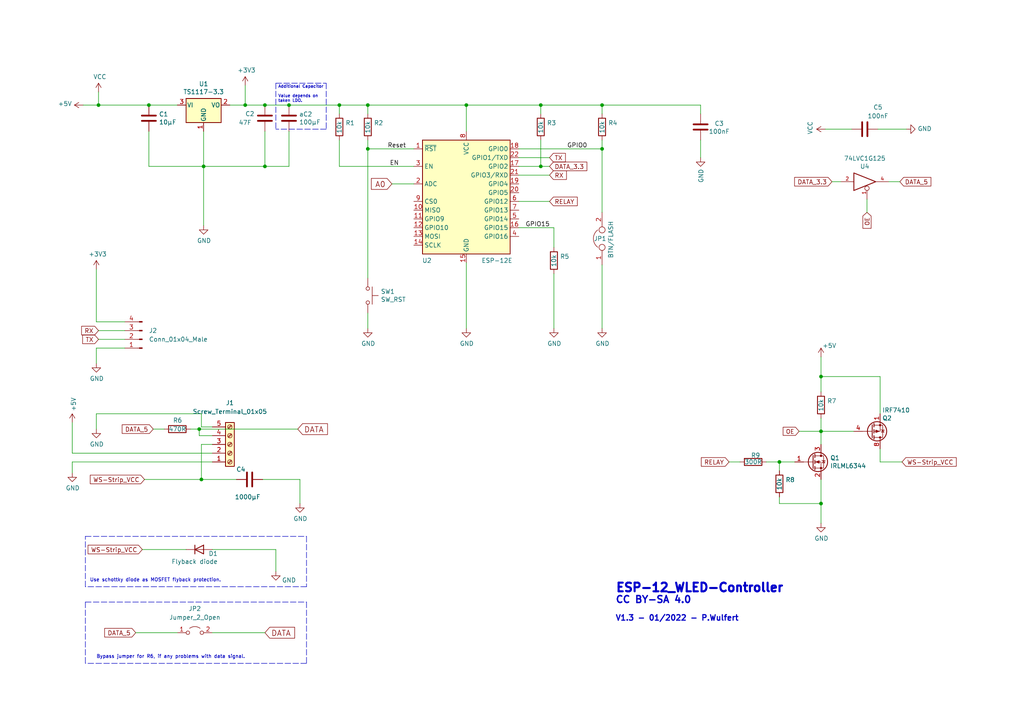
<source format=kicad_sch>
(kicad_sch (version 20211123) (generator eeschema)
  (paper "A4")
  (lib_symbols
    (symbol "74xGxx:74LVC1G125" (pin_names (offset 1.016))
      (property "Reference" "U" (at -2.54 3.81 0))
      (property "Value" "74LVC1G125" (at 0 -3.81 0))
      (symbol "74LVC1G125_0_1"
        (polyline (pts (xy -3.81 2.54) (xy -3.81 -2.54) (xy 2.54 0) (xy -3.81 2.54)) (stroke (width 0.254)))
      )
      (symbol "74LVC1G125_1_1"
        (pin input inverted (at 0 5.08 270) (length 3.81) (name "~") (number "1"))
        (pin input line (at -7.62 0 0) (length 3.81) (name "~") (number "2"))
        (pin power_in line (at 1.27 -1.27 270) (length 0) hide (name "GND") (number "3"))
        (pin tri_state line (at 6.35 0 180) (length 3.81) (name "~") (number "4"))
        (pin power_in line (at 1.27 1.27 90) (length 0) hide (name "VCC") (number "5"))
      )
    )
    (symbol "Connector:Conn_01x04_Male" (pin_names (offset 1.016) hide)
      (property "Reference" "J" (at 0 5.08 0))
      (property "Value" "Conn_01x04_Male" (at 0 -7.62 0))
      (symbol "Conn_01x04_Male_1_1"
        (polyline (pts (xy 1.27 -5.08) (xy 0.8636 -5.08)) (stroke (width 0.1524)))
        (polyline (pts (xy 1.27 -2.54) (xy 0.8636 -2.54)) (stroke (width 0.1524)))
        (polyline (pts (xy 1.27 0) (xy 0.8636 0)) (stroke (width 0.1524)))
        (polyline (pts (xy 1.27 2.54) (xy 0.8636 2.54)) (stroke (width 0.1524)))
        (rectangle (start 0.8636 -4.953) (end 0 -5.207) (stroke (width 0.1524)) (fill (type outline)))
        (rectangle (start 0.8636 -2.413) (end 0 -2.667) (stroke (width 0.1524)) (fill (type outline)))
        (rectangle (start 0.8636 0.127) (end 0 -0.127) (stroke (width 0.1524)) (fill (type outline)))
        (rectangle (start 0.8636 2.667) (end 0 2.413) (stroke (width 0.1524)) (fill (type outline)))
        (pin passive line (at 5.08 2.54 180) (length 3.81) (name "Pin_1") (number "1"))
        (pin passive line (at 5.08 0 180) (length 3.81) (name "Pin_2") (number "2"))
        (pin passive line (at 5.08 -2.54 180) (length 3.81) (name "Pin_3") (number "3"))
        (pin passive line (at 5.08 -5.08 180) (length 3.81) (name "Pin_4") (number "4"))
      )
    )
    (symbol "Connector:Screw_Terminal_01x05" (pin_names (offset 1.016) hide)
      (property "Reference" "J" (at 0 7.62 0))
      (property "Value" "Screw_Terminal_01x05" (at 0 -7.62 0))
      (symbol "Screw_Terminal_01x05_1_1"
        (rectangle (start -1.27 6.35) (end 1.27 -6.35) (stroke (width 0.254)) (fill (type background)))
        (circle (center 0 -5.08) (radius 0.635) (stroke (width 0.1524)))
        (circle (center 0 -2.54) (radius 0.635) (stroke (width 0.1524)))
        (polyline (pts (xy -0.5334 -4.7498) (xy 0.3302 -5.588)) (stroke (width 0.1524)))
        (polyline (pts (xy -0.5334 -2.2098) (xy 0.3302 -3.048)) (stroke (width 0.1524)))
        (polyline (pts (xy -0.5334 0.3302) (xy 0.3302 -0.508)) (stroke (width 0.1524)))
        (polyline (pts (xy -0.5334 2.8702) (xy 0.3302 2.032)) (stroke (width 0.1524)))
        (polyline (pts (xy -0.5334 5.4102) (xy 0.3302 4.572)) (stroke (width 0.1524)))
        (polyline (pts (xy -0.3556 -4.572) (xy 0.508 -5.4102)) (stroke (width 0.1524)))
        (polyline (pts (xy -0.3556 -2.032) (xy 0.508 -2.8702)) (stroke (width 0.1524)))
        (polyline (pts (xy -0.3556 0.508) (xy 0.508 -0.3302)) (stroke (width 0.1524)))
        (polyline (pts (xy -0.3556 3.048) (xy 0.508 2.2098)) (stroke (width 0.1524)))
        (polyline (pts (xy -0.3556 5.588) (xy 0.508 4.7498)) (stroke (width 0.1524)))
        (circle (center 0 0) (radius 0.635) (stroke (width 0.1524)))
        (circle (center 0 2.54) (radius 0.635) (stroke (width 0.1524)))
        (circle (center 0 5.08) (radius 0.635) (stroke (width 0.1524)))
        (pin passive line (at -5.08 5.08 0) (length 3.81) (name "Pin_1") (number "1"))
        (pin passive line (at -5.08 2.54 0) (length 3.81) (name "Pin_2") (number "2"))
        (pin passive line (at -5.08 0 0) (length 3.81) (name "Pin_3") (number "3"))
        (pin passive line (at -5.08 -2.54 0) (length 3.81) (name "Pin_4") (number "4"))
        (pin passive line (at -5.08 -5.08 0) (length 3.81) (name "Pin_5") (number "5"))
      )
    )
    (symbol "Device:C" (pin_numbers hide) (pin_names (offset 0.254))
      (property "Reference" "C" (at 0.635 2.54 0))
      (property "Value" "C" (at 0.635 -2.54 0))
      (symbol "C_0_1"
        (polyline (pts (xy -2.032 -0.762) (xy 2.032 -0.762)) (stroke (width 0.508)))
        (polyline (pts (xy -2.032 0.762) (xy 2.032 0.762)) (stroke (width 0.508)))
      )
      (symbol "C_1_1"
        (pin passive line (at 0 3.81 270) (length 2.794) (name "~") (number "1"))
        (pin passive line (at 0 -3.81 90) (length 2.794) (name "~") (number "2"))
      )
    )
    (symbol "Device:D" (pin_numbers hide) (pin_names (offset 1.016) hide)
      (property "Reference" "D" (at 0 2.54 0))
      (property "Value" "D" (at 0 -2.54 0))
      (symbol "D_0_1"
        (polyline (pts (xy -1.27 1.27) (xy -1.27 -1.27)) (stroke (width 0.254)))
        (polyline (pts (xy 1.27 0) (xy -1.27 0)))
        (polyline (pts (xy 1.27 1.27) (xy 1.27 -1.27) (xy -1.27 0) (xy 1.27 1.27)) (stroke (width 0.254)))
      )
      (symbol "D_1_1"
        (pin passive line (at -3.81 0 0) (length 2.54) (name "K") (number "1"))
        (pin passive line (at 3.81 0 180) (length 2.54) (name "A") (number "2"))
      )
    )
    (symbol "Device:Jumper" (pin_names (offset 0.762) hide)
      (property "Reference" "JP" (at 0 3.81 0))
      (property "Value" "Device_Jumper" (at 0 -2.032 0))
      (symbol "Jumper_0_1"
        (circle (center -2.54 0) (radius 0.889))
        (arc (start 2.5146 1.27) (mid 0.0127 2.5097) (end -2.4892 1.27))
        (circle (center 2.54 0) (radius 0.889))
        (pin passive line (at -7.62 0 0) (length 4.191) (name "1") (number "1"))
        (pin passive line (at 7.62 0 180) (length 4.191) (name "2") (number "2"))
      )
    )
    (symbol "Device:R" (pin_numbers hide) (pin_names (offset 0))
      (property "Reference" "R" (at 2.032 0 90))
      (property "Value" "R" (at 0 0 90))
      (symbol "R_0_1"
        (rectangle (start -1.016 -2.54) (end 1.016 2.54) (stroke (width 0.254)))
      )
      (symbol "R_1_1"
        (pin passive line (at 0 3.81 270) (length 1.27) (name "~") (number "1"))
        (pin passive line (at 0 -3.81 90) (length 1.27) (name "~") (number "2"))
      )
    )
    (symbol "Jumper:Jumper_2_Open" (pin_names (offset 0) hide)
      (property "Reference" "JP" (at 0 2.794 0))
      (property "Value" "Jumper_2_Open" (at 0 -2.286 0))
      (symbol "Jumper_2_Open_0_0"
        (circle (center -2.032 0) (radius 0.508))
        (circle (center 2.032 0) (radius 0.508))
      )
      (symbol "Jumper_2_Open_0_1"
        (arc (start 1.524 1.27) (mid 0 1.778) (end -1.524 1.27))
      )
      (symbol "Jumper_2_Open_1_1"
        (pin passive line (at -5.08 0 0) (length 2.54) (name "A") (number "1"))
        (pin passive line (at 5.08 0 180) (length 2.54) (name "B") (number "2"))
      )
    )
    (symbol "RF_Module:ESP-12E"
      (property "Reference" "U" (at -12.7 19.05 0))
      (property "Value" "ESP-12E" (at 12.7 19.05 0))
      (symbol "ESP-12E_0_1"
        (rectangle (start -12.7 17.78) (end 12.7 -15.24) (stroke (width 0.254)) (fill (type background)))
      )
      (symbol "ESP-12E_1_1"
        (pin input line (at -15.24 15.24 0) (length 2.54) (name "~{RST}") (number "1"))
        (pin bidirectional line (at -15.24 -2.54 0) (length 2.54) (name "MISO") (number "10"))
        (pin bidirectional line (at -15.24 -5.08 0) (length 2.54) (name "GPIO9") (number "11"))
        (pin bidirectional line (at -15.24 -7.62 0) (length 2.54) (name "GPIO10") (number "12"))
        (pin bidirectional line (at -15.24 -10.16 0) (length 2.54) (name "MOSI") (number "13"))
        (pin bidirectional line (at -15.24 -12.7 0) (length 2.54) (name "SCLK") (number "14"))
        (pin power_in line (at 0 -17.78 90) (length 2.54) (name "GND") (number "15"))
        (pin bidirectional line (at 15.24 -7.62 180) (length 2.54) (name "GPIO15") (number "16"))
        (pin bidirectional line (at 15.24 10.16 180) (length 2.54) (name "GPIO2") (number "17"))
        (pin bidirectional line (at 15.24 15.24 180) (length 2.54) (name "GPIO0") (number "18"))
        (pin bidirectional line (at 15.24 5.08 180) (length 2.54) (name "GPIO4") (number "19"))
        (pin input line (at -15.24 5.08 0) (length 2.54) (name "ADC") (number "2"))
        (pin bidirectional line (at 15.24 2.54 180) (length 2.54) (name "GPIO5") (number "20"))
        (pin bidirectional line (at 15.24 7.62 180) (length 2.54) (name "GPIO3/RXD") (number "21"))
        (pin bidirectional line (at 15.24 12.7 180) (length 2.54) (name "GPIO1/TXD") (number "22"))
        (pin input line (at -15.24 10.16 0) (length 2.54) (name "EN") (number "3"))
        (pin bidirectional line (at 15.24 -10.16 180) (length 2.54) (name "GPIO16") (number "4"))
        (pin bidirectional line (at 15.24 -5.08 180) (length 2.54) (name "GPIO14") (number "5"))
        (pin bidirectional line (at 15.24 0 180) (length 2.54) (name "GPIO12") (number "6"))
        (pin bidirectional line (at 15.24 -2.54 180) (length 2.54) (name "GPIO13") (number "7"))
        (pin power_in line (at 0 20.32 270) (length 2.54) (name "VCC") (number "8"))
        (pin input line (at -15.24 0 0) (length 2.54) (name "CS0") (number "9"))
      )
    )
    (symbol "Regulator_Linear:AMS1117-3.3" (pin_names (offset 0.254))
      (property "Reference" "U" (at -3.81 3.175 0))
      (property "Value" "AMS1117-3.3" (at 0 3.175 0))
      (symbol "AMS1117-3.3_0_1"
        (rectangle (start -5.08 -5.08) (end 5.08 1.905) (stroke (width 0.254)) (fill (type background)))
      )
      (symbol "AMS1117-3.3_1_1"
        (pin power_in line (at 0 -7.62 90) (length 2.54) (name "GND") (number "1"))
        (pin power_out line (at 7.62 0 180) (length 2.54) (name "VO") (number "2"))
        (pin power_in line (at -7.62 0 0) (length 2.54) (name "VI") (number "3"))
      )
    )
    (symbol "Switch:SW_Push" (pin_numbers hide) (pin_names (offset 1.016) hide)
      (property "Reference" "SW" (at 1.27 2.54 0))
      (property "Value" "SW_Push" (at 0 -1.524 0))
      (symbol "SW_Push_0_1"
        (circle (center -2.032 0) (radius 0.508))
        (polyline (pts (xy 0 1.27) (xy 0 3.048)))
        (polyline (pts (xy 2.54 1.27) (xy -2.54 1.27)))
        (circle (center 2.032 0) (radius 0.508))
        (pin passive line (at -5.08 0 0) (length 2.54) (name "1") (number "1"))
        (pin passive line (at 5.08 0 180) (length 2.54) (name "2") (number "2"))
      )
    )
    (symbol "Transistor_FET:IRF7404" (pin_names hide)
      (property "Reference" "Q" (at 5.08 1.905 0))
      (property "Value" "IRF7404" (at 5.08 0 0))
      (symbol "IRF7404_0_1"
        (polyline (pts (xy 0.254 0) (xy -2.54 0)))
        (polyline (pts (xy 0.254 1.905) (xy 0.254 -1.905)) (stroke (width 0.254)))
        (polyline (pts (xy 0.762 -1.27) (xy 0.762 -2.286)) (stroke (width 0.254)))
        (polyline (pts (xy 0.762 0.508) (xy 0.762 -0.508)) (stroke (width 0.254)))
        (polyline (pts (xy 0.762 2.286) (xy 0.762 1.27)) (stroke (width 0.254)))
        (polyline (pts (xy 2.54 2.54) (xy 2.54 1.778)))
        (polyline (pts (xy 2.54 -2.54) (xy 2.54 0) (xy 0.762 0)))
        (polyline (pts (xy 0.762 1.778) (xy 3.302 1.778) (xy 3.302 -1.778) (xy 0.762 -1.778)))
        (polyline (pts (xy 2.286 0) (xy 1.27 0.381) (xy 1.27 -0.381) (xy 2.286 0)) (fill (type outline)))
        (polyline (pts (xy 2.794 -0.508) (xy 2.921 -0.381) (xy 3.683 -0.381) (xy 3.81 -0.254)))
        (polyline (pts (xy 3.302 -0.381) (xy 2.921 0.254) (xy 3.683 0.254) (xy 3.302 -0.381)))
        (circle (center 1.651 0) (radius 2.794) (stroke (width 0.254)))
        (circle (center 2.54 -1.778) (radius 0.254) (fill (type outline)))
        (circle (center 2.54 1.778) (radius 0.254) (fill (type outline)))
      )
      (symbol "IRF7404_1_1"
        (pin passive line (at 2.54 -5.08 90) (length 2.54) (name "S") (number "1"))
        (pin passive line (at 2.54 -5.08 90) (length 2.54) hide (name "S") (number "2"))
        (pin passive line (at 2.54 -5.08 90) (length 2.54) hide (name "S") (number "3"))
        (pin passive line (at -5.08 0 0) (length 2.54) (name "G") (number "4"))
        (pin passive line (at 2.54 5.08 270) (length 2.54) hide (name "D") (number "5"))
        (pin passive line (at 2.54 5.08 270) (length 2.54) hide (name "D") (number "6"))
        (pin passive line (at 2.54 5.08 270) (length 2.54) hide (name "D") (number "7"))
        (pin passive line (at 2.54 5.08 270) (length 2.54) (name "D") (number "8"))
      )
    )
    (symbol "Transistor_FET:TSM2302CX" (pin_names hide)
      (property "Reference" "Q" (at 5.08 1.905 0))
      (property "Value" "TSM2302CX" (at 5.08 0 0))
      (symbol "TSM2302CX_0_1"
        (polyline (pts (xy 0.254 0) (xy -2.54 0)))
        (polyline (pts (xy 0.254 1.905) (xy 0.254 -1.905)) (stroke (width 0.254)))
        (polyline (pts (xy 0.762 -1.27) (xy 0.762 -2.286)) (stroke (width 0.254)))
        (polyline (pts (xy 0.762 0.508) (xy 0.762 -0.508)) (stroke (width 0.254)))
        (polyline (pts (xy 0.762 2.286) (xy 0.762 1.27)) (stroke (width 0.254)))
        (polyline (pts (xy 2.54 2.54) (xy 2.54 1.778)))
        (polyline (pts (xy 2.54 -2.54) (xy 2.54 0) (xy 0.762 0)))
        (polyline (pts (xy 0.762 -1.778) (xy 3.302 -1.778) (xy 3.302 1.778) (xy 0.762 1.778)))
        (polyline (pts (xy 1.016 0) (xy 2.032 0.381) (xy 2.032 -0.381) (xy 1.016 0)) (fill (type outline)))
        (polyline (pts (xy 2.794 0.508) (xy 2.921 0.381) (xy 3.683 0.381) (xy 3.81 0.254)))
        (polyline (pts (xy 3.302 0.381) (xy 2.921 -0.254) (xy 3.683 -0.254) (xy 3.302 0.381)))
        (circle (center 1.651 0) (radius 2.794) (stroke (width 0.254)))
        (circle (center 2.54 -1.778) (radius 0.254) (fill (type outline)))
        (circle (center 2.54 1.778) (radius 0.254) (fill (type outline)))
      )
      (symbol "TSM2302CX_1_1"
        (pin input line (at -5.08 0 0) (length 2.54) (name "G") (number "1"))
        (pin passive line (at 2.54 -5.08 90) (length 2.54) (name "S") (number "2"))
        (pin passive line (at 2.54 5.08 270) (length 2.54) (name "D") (number "3"))
      )
    )
    (symbol "power:+3.3V" (power) (pin_names (offset 0))
      (property "Value" "+3.3V" (at 0 3.556 0))
      (symbol "+3.3V_0_1"
        (polyline (pts (xy -0.762 1.27) (xy 0 2.54)))
        (polyline (pts (xy 0 0) (xy 0 2.54)))
        (polyline (pts (xy 0 2.54) (xy 0.762 1.27)))
      )
      (symbol "+3.3V_1_1"
        (pin power_in line (at 0 0 90) (length 0) hide (name "+3V3") (number "1"))
      )
    )
    (symbol "power:+5V" (power) (pin_names (offset 0))
      (property "Value" "+5V" (at 0 3.556 0))
      (symbol "+5V_0_1"
        (polyline (pts (xy -0.762 1.27) (xy 0 2.54)))
        (polyline (pts (xy 0 0) (xy 0 2.54)))
        (polyline (pts (xy 0 2.54) (xy 0.762 1.27)))
      )
      (symbol "+5V_1_1"
        (pin power_in line (at 0 0 90) (length 0) hide (name "+5V") (number "1"))
      )
    )
    (symbol "power:GND" (power) (pin_names (offset 0))
      (property "Value" "GND" (at 0 -3.81 0))
      (symbol "GND_0_1"
        (polyline (pts (xy 0 0) (xy 0 -1.27) (xy 1.27 -1.27) (xy 0 -2.54) (xy -1.27 -1.27) (xy 0 -1.27)))
      )
      (symbol "GND_1_1"
        (pin power_in line (at 0 0 270) (length 0) hide (name "GND") (number "1"))
      )
    )
    (symbol "power:VCC" (power) (pin_names (offset 0))
      (property "Value" "VCC" (at 0 3.81 0))
      (symbol "VCC_0_1"
        (polyline (pts (xy -0.762 1.27) (xy 0 2.54)))
        (polyline (pts (xy 0 0) (xy 0 2.54)))
        (polyline (pts (xy 0 2.54) (xy 0.762 1.27)))
      )
      (symbol "VCC_1_1"
        (pin power_in line (at 0 0 90) (length 0) hide (name "VCC") (number "1"))
      )
    )
  )
  (junction (at 135.255 30.48))
  (junction (at 76.835 30.48))
  (junction (at 238.125 146.05))
  (junction (at 43.18 30.48))
  (junction (at 106.68 43.18))
  (junction (at 174.625 43.18))
  (junction (at 83.82 30.48))
  (junction (at 238.125 125.095))
  (junction (at 76.835 48.26))
  (junction (at 226.06 133.985))
  (junction (at 174.625 30.48))
  (junction (at 238.125 109.22))
  (junction (at 58.42 139.065))
  (junction (at 98.425 30.48))
  (junction (at 156.845 30.48))
  (junction (at 71.12 30.48))
  (junction (at 57.785 124.46))
  (junction (at 106.68 30.48))
  (junction (at 156.845 48.26))
  (junction (at 59.055 48.26))
  (junction (at 28.575 30.48))
  (wire (pts (xy 20.955 131.445) (xy 61.595 131.445)))
  (wire (pts (xy 106.68 95.25) (xy 106.68 90.805)))
  (wire (pts (xy 156.845 48.26) (xy 150.495 48.26)))
  (wire (pts (xy 43.18 30.48) (xy 51.435 30.48)))
  (polyline (pts (xy 88.9 155.575) (xy 88.9 170.18)))
  (wire (pts (xy 174.625 76.835) (xy 174.625 95.25)))
  (wire (pts (xy 71.12 30.48) (xy 76.835 30.48)))
  (wire (pts (xy 83.82 48.26) (xy 76.835 48.26)))
  (wire (pts (xy 66.675 30.48) (xy 71.12 30.48)))
  (polyline (pts (xy 80.01 24.13) (xy 80.01 37.465)))
  (wire (pts (xy 255.27 109.22) (xy 255.27 120.015)))
  (wire (pts (xy 135.255 30.48) (xy 135.255 38.1)))
  (wire (pts (xy 113.665 53.34) (xy 120.015 53.34)))
  (wire (pts (xy 156.845 40.64) (xy 156.845 48.26)))
  (wire (pts (xy 238.125 146.05) (xy 238.125 139.065)))
  (wire (pts (xy 135.255 30.48) (xy 156.845 30.48)))
  (wire (pts (xy 238.125 121.285) (xy 238.125 125.095)))
  (wire (pts (xy 211.455 133.985) (xy 214.63 133.985)))
  (polyline (pts (xy 24.765 170.18) (xy 24.765 155.575)))
  (wire (pts (xy 160.655 66.04) (xy 150.495 66.04)))
  (wire (pts (xy 98.425 30.48) (xy 106.68 30.48)))
  (wire (pts (xy 76.835 38.1) (xy 76.835 48.26)))
  (wire (pts (xy 226.06 146.05) (xy 238.125 146.05)))
  (wire (pts (xy 83.82 30.48) (xy 98.425 30.48)))
  (wire (pts (xy 24.13 30.48) (xy 28.575 30.48)))
  (wire (pts (xy 239.395 37.465) (xy 247.015 37.465)))
  (wire (pts (xy 260.985 52.705) (xy 257.81 52.705)))
  (wire (pts (xy 98.425 48.26) (xy 98.425 40.64)))
  (wire (pts (xy 57.785 124.46) (xy 57.785 126.365)))
  (wire (pts (xy 43.18 48.26) (xy 59.055 48.26)))
  (wire (pts (xy 59.055 38.1) (xy 59.055 48.26)))
  (wire (pts (xy 43.18 38.1) (xy 43.18 48.26)))
  (wire (pts (xy 55.245 124.46) (xy 57.785 124.46)))
  (wire (pts (xy 156.845 33.02) (xy 156.845 30.48)))
  (wire (pts (xy 251.46 57.785) (xy 251.46 61.595)))
  (wire (pts (xy 20.955 133.985) (xy 61.595 133.985)))
  (wire (pts (xy 98.425 33.02) (xy 98.425 30.48)))
  (wire (pts (xy 41.91 139.065) (xy 58.42 139.065)))
  (wire (pts (xy 80.01 159.385) (xy 80.01 165.735)))
  (wire (pts (xy 76.2 139.065) (xy 86.995 139.065)))
  (wire (pts (xy 203.2 33.02) (xy 203.2 30.48)))
  (polyline (pts (xy 24.765 174.625) (xy 24.765 192.405)))
  (polyline (pts (xy 88.9 192.405) (xy 24.765 192.405)))
  (wire (pts (xy 238.125 125.095) (xy 238.125 128.905)))
  (wire (pts (xy 28.575 30.48) (xy 43.18 30.48)))
  (wire (pts (xy 106.68 43.18) (xy 120.015 43.18)))
  (wire (pts (xy 58.42 123.825) (xy 61.595 123.825)))
  (wire (pts (xy 57.785 124.46) (xy 86.36 124.46)))
  (wire (pts (xy 27.94 105.41) (xy 27.94 100.965)))
  (wire (pts (xy 255.27 130.175) (xy 255.27 133.985)))
  (wire (pts (xy 27.94 124.46) (xy 27.94 120.015)))
  (wire (pts (xy 83.82 30.48) (xy 76.835 30.48)))
  (wire (pts (xy 57.785 126.365) (xy 61.595 126.365)))
  (wire (pts (xy 86.995 146.05) (xy 86.995 139.065)))
  (wire (pts (xy 106.68 30.48) (xy 135.255 30.48)))
  (wire (pts (xy 231.775 125.095) (xy 238.125 125.095)))
  (wire (pts (xy 80.01 159.385) (xy 61.595 159.385)))
  (wire (pts (xy 160.655 71.755) (xy 160.655 66.04)))
  (wire (pts (xy 83.82 38.1) (xy 83.82 48.26)))
  (polyline (pts (xy 88.9 170.18) (xy 24.765 170.18)))
  (wire (pts (xy 20.955 122.555) (xy 20.955 131.445)))
  (wire (pts (xy 159.385 58.42) (xy 150.495 58.42)))
  (wire (pts (xy 226.06 133.985) (xy 230.505 133.985)))
  (wire (pts (xy 61.595 183.515) (xy 76.835 183.515)))
  (wire (pts (xy 28.575 95.885) (xy 36.195 95.885)))
  (wire (pts (xy 58.42 128.905) (xy 61.595 128.905)))
  (wire (pts (xy 226.06 144.145) (xy 226.06 146.05)))
  (wire (pts (xy 106.68 43.18) (xy 106.68 80.645)))
  (wire (pts (xy 27.94 120.015) (xy 58.42 120.015)))
  (wire (pts (xy 28.575 98.425) (xy 36.195 98.425)))
  (polyline (pts (xy 80.01 24.13) (xy 94.615 24.13)))
  (polyline (pts (xy 24.765 174.625) (xy 88.9 174.625)))
  (wire (pts (xy 58.42 128.905) (xy 58.42 139.065)))
  (wire (pts (xy 203.2 45.72) (xy 203.2 40.64)))
  (polyline (pts (xy 24.765 155.575) (xy 88.9 155.575)))
  (wire (pts (xy 222.25 133.985) (xy 226.06 133.985)))
  (wire (pts (xy 135.255 76.2) (xy 135.255 95.25)))
  (wire (pts (xy 58.42 120.015) (xy 58.42 123.825)))
  (wire (pts (xy 159.385 50.8) (xy 150.495 50.8)))
  (polyline (pts (xy 94.615 37.465) (xy 80.01 37.465)))
  (wire (pts (xy 238.125 151.765) (xy 238.125 146.05)))
  (wire (pts (xy 160.655 95.25) (xy 160.655 79.375)))
  (wire (pts (xy 20.955 137.16) (xy 20.955 133.985)))
  (wire (pts (xy 71.12 24.765) (xy 71.12 30.48)))
  (wire (pts (xy 241.3 52.705) (xy 243.84 52.705)))
  (wire (pts (xy 255.27 133.985) (xy 261.62 133.985)))
  (wire (pts (xy 44.45 124.46) (xy 47.625 124.46)))
  (wire (pts (xy 174.625 30.48) (xy 174.625 33.02)))
  (wire (pts (xy 76.835 48.26) (xy 59.055 48.26)))
  (wire (pts (xy 27.94 100.965) (xy 36.195 100.965)))
  (wire (pts (xy 28.575 26.67) (xy 28.575 30.48)))
  (polyline (pts (xy 88.9 174.625) (xy 88.9 192.405)))
  (polyline (pts (xy 94.615 24.13) (xy 94.615 37.465)))
  (wire (pts (xy 156.845 30.48) (xy 174.625 30.48)))
  (wire (pts (xy 59.055 65.405) (xy 59.055 48.26)))
  (wire (pts (xy 27.94 93.345) (xy 36.195 93.345)))
  (wire (pts (xy 41.275 159.385) (xy 53.975 159.385)))
  (wire (pts (xy 106.68 33.02) (xy 106.68 30.48)))
  (wire (pts (xy 174.625 61.595) (xy 174.625 43.18)))
  (wire (pts (xy 238.125 113.665) (xy 238.125 109.22)))
  (wire (pts (xy 174.625 43.18) (xy 150.495 43.18)))
  (wire (pts (xy 120.015 48.26) (xy 98.425 48.26)))
  (wire (pts (xy 156.845 48.26) (xy 159.385 48.26)))
  (wire (pts (xy 174.625 40.64) (xy 174.625 43.18)))
  (wire (pts (xy 27.94 78.105) (xy 27.94 93.345)))
  (wire (pts (xy 58.42 139.065) (xy 68.58 139.065)))
  (wire (pts (xy 254.635 37.465) (xy 262.89 37.465)))
  (wire (pts (xy 238.125 103.505) (xy 238.125 109.22)))
  (wire (pts (xy 238.125 125.095) (xy 247.65 125.095)))
  (wire (pts (xy 39.37 183.515) (xy 51.435 183.515)))
  (wire (pts (xy 226.06 136.525) (xy 226.06 133.985)))
  (wire (pts (xy 106.68 43.18) (xy 106.68 40.64)))
  (wire (pts (xy 174.625 30.48) (xy 203.2 30.48)))
  (wire (pts (xy 238.125 109.22) (xy 255.27 109.22)))
  (wire (pts (xy 159.385 45.72) (xy 150.495 45.72)))
  (text "ESP-12_WLED-Controller" (at 178.435 172.085 0) (effects (font (size 2.5 2.5) (thickness 0.5994) bold) (justify left bottom)))
  (text "Bypass jumper for R6, if any problems with data signal." (at 27.94 191.135 0) (effects (font (size 0.9906 0.9906)) (justify left bottom)))
  (text "Additional Capacitor\n\nValue depends on \ntaken LDO." (at 80.645 29.845 0) (effects (font (size 0.85 0.85)) (justify left bottom)))
  (text "V1.3 - 01/2022 - P.Wulfert" (at 178.435 180.34 0) (effects (font (size 1.6002 1.6002) (thickness 0.32) bold) (justify left bottom)))
  (text "CC BY-SA 4.0" (at 178.435 175.26 0) (effects (font (size 2.0066 2.0066) (thickness 0.4013) bold) (justify left bottom)))
  (text "Use schottky diode as MOSFET flyback protection.\n" (at 26.035 168.91 0) (effects (font (size 0.9906 0.9906)) (justify left bottom)))
  (label "GPIO0" (at 164.465 43.18 0))
  (label "GPIO15" (at 152.4 66.04 0))
  (label "EN" (at 113.03 48.26 0))
  (label "Reset" (at 112.395 43.18 0))
  (global_label "DATA_5" (shape input) (at 39.37 183.515 180) (property "Intersheet References" "${INTERSHEET_REFS}" (effects hide)))
  (global_label "RELAY" (shape input) (at 159.385 58.42 0) (property "Intersheet References" "${INTERSHEET_REFS}" (effects hide)))
  (global_label "RELAY" (shape input) (at 211.455 133.985 180) (property "Intersheet References" "${INTERSHEET_REFS}" (effects hide)))
  (global_label "TX" (shape input) (at 28.575 98.425 180) (property "Intersheet References" "${INTERSHEET_REFS}" (effects hide)))
  (global_label "WS-Strip_VCC" (shape input) (at 41.91 139.065 180) (property "Intersheet References" "${INTERSHEET_REFS}" (effects hide)))
  (global_label "RX" (shape input) (at 159.385 50.8 0) (property "Intersheet References" "${INTERSHEET_REFS}" (effects hide)))
  (global_label "DATA" (shape input) (at 76.835 183.515 0) (effects (font (size 1.6002 1.6002))) (property "Intersheet References" "${INTERSHEET_REFS}" (effects hide)))
  (global_label "OE" (shape input) (at 231.775 125.095 180) (effects (font (size 1.2 1.2))) (property "Intersheet References" "${INTERSHEET_REFS}" (effects hide)))
  (global_label "TX" (shape input) (at 159.385 45.72 0) (property "Intersheet References" "${INTERSHEET_REFS}" (effects hide)))
  (global_label "DATA_5" (shape input) (at 260.985 52.705 0) (property "Intersheet References" "${INTERSHEET_REFS}" (effects hide)))
  (global_label "DATA_3.3" (shape input) (at 159.385 48.26 0) (property "Intersheet References" "${INTERSHEET_REFS}" (effects hide)))
  (global_label "RX" (shape input) (at 28.575 95.885 180) (property "Intersheet References" "${INTERSHEET_REFS}" (effects hide)))
  (global_label "DATA" (shape input) (at 86.36 124.46 0) (effects (font (size 1.6002 1.6002))) (property "Intersheet References" "${INTERSHEET_REFS}" (effects hide)))
  (global_label "A0" (shape input) (at 113.665 53.34 180) (effects (font (size 1.6002 1.6002))) (property "Intersheet References" "${INTERSHEET_REFS}" (effects hide)))
  (global_label "DATA_3.3" (shape input) (at 241.3 52.705 180) (property "Intersheet References" "${INTERSHEET_REFS}" (effects hide)))
  (global_label "WS-Strip_VCC" (shape input) (at 261.62 133.985 0) (property "Intersheet References" "${INTERSHEET_REFS}" (effects hide)))
  (global_label "DATA_5" (shape input) (at 44.45 124.46 180) (property "Intersheet References" "${INTERSHEET_REFS}" (effects hide)))
  (global_label "OE" (shape input) (at 251.46 61.595 270) (effects (font (size 1.2 1.2))) (property "Intersheet References" "${INTERSHEET_REFS}" (effects hide)))
  (global_label "WS-Strip_VCC" (shape input) (at 41.275 159.385 180) (property "Intersheet References" "${INTERSHEET_REFS}" (effects hide)))
  (symbol (lib_id "RF_Module:ESP-12E") (at 135.255 58.42 0) (unit 1)
    (property "Reference" "U2" (at 123.825 75.565 0))
    (property "Value" "ESP-12E" (at 144.145 75.565 0))
    (property "Footprint" "RF_Module:ESP-12E" (effects hide))
    (property "Datasheet" "http://wiki.ai-thinker.com/_media/esp8266/esp8266_series_modules_user_manual_v1.1.pdf" (effects hide))
    (property "LCSC" "C82891" (effects hide))
  )
  (symbol (lib_id "Regulator_Linear:AMS1117-3.3") (at 59.055 30.48 0) (unit 1)
    (property "Reference" "U1" (at 59.055 24.3332 0))
    (property "Value" "TS1117-3.3" (at 59.055 26.6446 0))
    (property "Footprint" "Package_TO_SOT_SMD:SOT-223-3_TabPin2" (effects hide))
    (property "Datasheet" "https://cdn-reichelt.de/documents/datenblatt/A200/TS1117B_H1607-2.pdf" (effects hide))
    (property "LCSC" "C410833" (effects hide))
  )
  (symbol (lib_id "power:GND") (at 135.255 95.25 0) (unit 1)
    (property "Reference" "#PWR09" (effects hide))
    (property "Value" "GND" (at 135.382 99.6442 0))
  )
  (symbol (lib_id "power:+5V") (at 24.13 30.48 90) (unit 1)
    (property "Reference" "#PWR01" (effects hide))
    (property "Value" "+5V" (at 20.8788 30.099 90) (effects (justify left)))
  )
  (symbol (lib_id "power:GND") (at 59.055 65.405 0) (unit 1)
    (property "Reference" "#PWR02" (effects hide))
    (property "Value" "GND" (at 59.182 69.7992 0))
  )
  (symbol (lib_id "Device:R") (at 106.68 36.83 0) (unit 1)
    (property "Reference" "R2" (at 108.458 35.6616 0) (effects (justify left)))
    (property "Value" "10k" (at 106.68 38.735 90) (effects (justify left)))
    (property "Footprint" "Resistor_SMD:R_0805_2012Metric_Pad1.20x1.40mm_HandSolder" (effects hide))
    (property "LCSC" "C17617" (effects hide))
  )
  (symbol (lib_id "Device:R") (at 98.425 36.83 0) (unit 1)
    (property "Reference" "R1" (at 100.203 35.6616 0) (effects (justify left)))
    (property "Value" "10k" (at 98.425 38.735 90) (effects (justify left)))
    (property "Footprint" "Resistor_SMD:R_0805_2012Metric_Pad1.20x1.40mm_HandSolder" (effects hide))
    (property "LCSC" "C17617" (effects hide))
  )
  (symbol (lib_id "Device:C") (at 43.18 34.29 0) (unit 1)
    (property "Reference" "C1" (at 46.101 33.1216 0) (effects (justify left)))
    (property "Value" "10µF" (at 46.101 35.433 0) (effects (justify left)))
    (property "Footprint" "Capacitor_SMD:C_0805_2012Metric_Pad1.18x1.45mm_HandSolder" (effects hide))
    (property "LCSC" "C1713" (effects hide))
  )
  (symbol (lib_id "Device:C") (at 76.835 34.29 0) (unit 1)
    (property "Reference" "C2" (at 71.12 33.02 0) (effects (justify left)))
    (property "Value" "47F" (at 69.215 35.56 0) (effects (justify left)))
    (property "Footprint" "Capacitor_SMD:C_0805_2012Metric_Pad1.18x1.45mm_HandSolder" (effects hide))
    (property "LCSC" "C1713" (effects hide))
  )
  (symbol (lib_id "Device:R") (at 174.625 36.83 0) (unit 1)
    (property "Reference" "R4" (at 176.403 35.6616 0) (effects (justify left)))
    (property "Value" "10k" (at 174.625 38.735 90) (effects (justify left)))
    (property "Footprint" "Resistor_SMD:R_0805_2012Metric_Pad1.20x1.40mm_HandSolder" (effects hide))
    (property "LCSC" "C17617" (effects hide))
  )
  (symbol (lib_id "Device:C") (at 203.2 36.83 180) (unit 1)
    (property "Reference" "C3" (at 208.5975 35.8267 0))
    (property "Value" "100nF" (at 208.5975 38.1381 0))
    (property "Footprint" "Capacitor_SMD:C_0805_2012Metric_Pad1.18x1.45mm_HandSolder" (effects hide))
    (property "LCSC" "C49678" (effects hide))
  )
  (symbol (lib_id "power:GND") (at 203.2 45.72 0) (unit 1)
    (property "Reference" "#PWR010" (effects hide))
    (property "Value" "GND" (at 203.327 48.9712 90) (effects (justify right)))
  )
  (symbol (lib_id "Device:R") (at 160.655 75.565 0) (unit 1)
    (property "Reference" "R5" (at 162.433 74.3966 0) (effects (justify left)))
    (property "Value" "10k" (at 160.655 77.47 90) (effects (justify left)))
    (property "Footprint" "Resistor_SMD:R_0805_2012Metric_Pad1.20x1.40mm_HandSolder" (effects hide))
    (property "LCSC" "C17617" (effects hide))
  )
  (symbol (lib_id "power:GND") (at 160.655 95.25 0) (unit 1)
    (property "Reference" "#PWR012" (effects hide))
    (property "Value" "GND" (at 160.782 99.6442 0))
  )
  (symbol (lib_id "Switch:SW_Push") (at 106.68 85.725 270) (unit 1)
    (property "Reference" "SW1" (at 110.4392 84.5566 90) (effects (justify left)))
    (property "Value" "SW_RST" (at 110.4392 86.868 90) (effects (justify left)))
    (property "Footprint" "Button_Switch_SMD:SW_SPST_CK_RS282G05A3" (effects hide))
  )
  (symbol (lib_id "power:GND") (at 106.68 95.25 0) (unit 1)
    (property "Reference" "#PWR06" (effects hide))
    (property "Value" "GND" (at 106.807 99.6442 0))
  )
  (symbol (lib_id "power:GND") (at 174.625 95.25 0) (unit 1)
    (property "Reference" "#PWR011" (effects hide))
    (property "Value" "GND" (at 174.752 99.6442 0))
  )
  (symbol (lib_id "power:GND") (at 80.01 165.735 0) (unit 1)
    (property "Reference" "#PWR014" (effects hide))
    (property "Value" "GND" (at 83.82 168.275 0))
  )
  (symbol (lib_id "Device:Jumper") (at 174.625 69.215 90) (unit 1)
    (property "Reference" "JP1" (at 175.895 69.215 90) (effects (justify left)))
    (property "Value" "BTN/FLASH" (at 177.165 74.93 0) (effects (justify left)))
    (property "Footprint" "Connector_PinHeader_2.54mm:PinHeader_1x02_P2.54mm_Vertical" (effects hide))
    (property "LCSC" "C390678" (effects hide))
  )
  (symbol (lib_id "power:+3.3V") (at 27.94 78.105 0) (unit 1)
    (property "Reference" "#PWR07" (effects hide))
    (property "Value" "+3.3V" (at 28.321 73.7108 0))
  )
  (symbol (lib_id "power:GND") (at 27.94 105.41 0) (unit 1)
    (property "Reference" "#PWR08" (effects hide))
    (property "Value" "GND" (at 28.067 109.8042 0))
  )
  (symbol (lib_id "Device:R") (at 51.435 124.46 270) (unit 1)
    (property "Reference" "R6" (at 50.165 121.92 90) (effects (justify left)))
    (property "Value" "470R" (at 48.895 124.46 90) (effects (justify left)))
    (property "Footprint" "Resistor_SMD:R_0805_2012Metric_Pad1.20x1.40mm_HandSolder" (effects hide))
    (property "LCSC" "C114564" (effects hide))
  )
  (symbol (lib_id "Device:R") (at 156.845 36.83 0) (unit 1)
    (property "Reference" "R3" (at 158.623 35.6616 0) (effects (justify left)))
    (property "Value" "10k" (at 156.845 38.735 90) (effects (justify left)))
    (property "Footprint" "Resistor_SMD:R_0805_2012Metric_Pad1.20x1.40mm_HandSolder" (effects hide))
    (property "LCSC" "C17617" (effects hide))
  )
  (symbol (lib_id "Device:C") (at 72.39 139.065 90) (unit 1)
    (property "Reference" "C4" (at 71.2216 136.144 90) (effects (justify left)))
    (property "Value" "1000µF" (at 75.565 144.145 90) (effects (justify left)))
    (property "Footprint" "Capacitor_THT:CP_Radial_D8.0mm_P3.50mm" (effects hide))
    (property "LCSC" "C189254" (effects hide))
  )
  (symbol (lib_id "power:GND") (at 86.995 146.05 0) (unit 1)
    (property "Reference" "#PWR0102" (effects hide))
    (property "Value" "GND" (at 87.122 150.4442 0))
  )
  (symbol (lib_id "Device:R") (at 238.125 117.475 0) (unit 1)
    (property "Reference" "R7" (at 239.903 116.3066 0) (effects (justify left)))
    (property "Value" "10k" (at 238.125 119.38 90) (effects (justify left)))
    (property "Footprint" "Resistor_SMD:R_0805_2012Metric_Pad1.20x1.40mm_HandSolder" (effects hide))
    (property "LCSC" "C17617" (effects hide))
  )
  (symbol (lib_id "power:GND") (at 238.125 151.765 0) (unit 1)
    (property "Reference" "#PWR0101" (effects hide))
    (property "Value" "GND" (at 238.252 156.1592 0))
  )
  (symbol (lib_id "Device:D") (at 57.785 159.385 0) (unit 1)
    (property "Reference" "D1" (at 63.1825 160.5661 0) (effects (justify right)))
    (property "Value" "Flyback diode" (at 63.1825 162.8775 0) (effects (justify right)))
    (property "Footprint" "Diode_SMD:D_SMA_Handsoldering" (effects hide))
    (property "LCSC" "C2480" (effects hide))
  )
  (symbol (lib_id "power:+5V") (at 238.125 103.505 0) (unit 1)
    (property "Reference" "#PWR0103" (effects hide))
    (property "Value" "+5V" (at 238.506 100.2538 0) (effects (justify left)))
  )
  (symbol (lib_id "74xGxx:74LVC1G125") (at 251.46 52.705 0) (mirror x) (unit 1)
    (property "Reference" "U4" (at 250.825 48.26 0))
    (property "Value" "74LVC1G125" (at 250.825 45.9486 0))
    (property "Footprint" "Package_TO_SOT_SMD:SOT-23-5" (effects hide))
    (property "Datasheet" "http://www.ti.com/lit/sg/scyt129e/scyt129e.pdf" (effects hide))
    (property "LCSC" "C12518" (effects hide))
  )
  (symbol (lib_id "power:VCC") (at 28.575 26.67 0) (unit 1)
    (property "Reference" "#PWR0106" (effects hide))
    (property "Value" "VCC" (at 28.956 22.2758 0))
  )
  (symbol (lib_id "power:+5V") (at 20.955 122.555 0) (unit 1)
    (property "Reference" "#PWR0108" (effects hide))
    (property "Value" "+5V" (at 21.336 119.3038 90) (effects (justify left)))
  )
  (symbol (lib_id "power:+3.3V") (at 71.12 24.765 0) (unit 1)
    (property "Reference" "#PWR0104" (effects hide))
    (property "Value" "+3.3V" (at 71.501 20.3708 0))
  )
  (symbol (lib_id "Transistor_FET:TSM2302CX") (at 235.585 133.985 0) (unit 1)
    (property "Reference" "Q1" (at 240.792 132.8166 0) (effects (justify left)))
    (property "Value" "IRLML6344" (at 240.792 135.128 0) (effects (justify left)))
    (property "Footprint" "Package_TO_SOT_SMD:SOT-23" (effects hide))
    (property "Datasheet" "https://cdn-reichelt.de/documents/datenblatt/A200/DS_IRLML6344-IR.pdf" (effects hide))
    (property "LCSC" "C693370" (effects hide))
  )
  (symbol (lib_id "Transistor_FET:IRF7404") (at 252.73 125.095 0) (mirror x) (unit 1)
    (property "Reference" "Q2" (at 255.905 121.285 0) (effects (justify left)))
    (property "Value" "IRF7410" (at 255.905 118.9736 0) (effects (justify left)))
    (property "Footprint" "Package_SO:SOIC-8_3.9x4.9mm_P1.27mm" (effects hide))
    (property "Datasheet" "https://cdn-reichelt.de/documents/datenblatt/A200/DS_IRF7410.pdf" (effects hide))
    (property "LCSC" "C152423" (effects hide))
  )
  (symbol (lib_id "Device:R") (at 226.06 140.335 0) (unit 1)
    (property "Reference" "R8" (at 227.838 139.1666 0) (effects (justify left)))
    (property "Value" "10k" (at 226.06 142.24 90) (effects (justify left)))
    (property "Footprint" "Resistor_SMD:R_0805_2012Metric_Pad1.20x1.40mm_HandSolder" (effects hide))
    (property "LCSC" "C17617" (effects hide))
  )
  (symbol (lib_id "power:GND") (at 27.94 124.46 0) (unit 1)
    (property "Reference" "#PWR0105" (effects hide))
    (property "Value" "GND" (at 28.067 128.8542 0))
  )
  (symbol (lib_id "Device:R") (at 218.44 133.985 270) (unit 1)
    (property "Reference" "R9" (at 217.805 132.08 90) (effects (justify left)))
    (property "Value" "300R" (at 215.9 133.985 90) (effects (justify left)))
    (property "Footprint" "Resistor_SMD:R_0805_2012Metric_Pad1.20x1.40mm_HandSolder" (effects hide))
    (property "LCSC" "C17617" (effects hide))
  )
  (symbol (lib_id "Device:C") (at 250.825 37.465 270) (unit 1)
    (property "Reference" "C5" (at 254.635 31.115 90))
    (property "Value" "100nF" (at 254.635 33.655 90))
    (property "Footprint" "Capacitor_SMD:C_0805_2012Metric_Pad1.18x1.45mm_HandSolder" (effects hide))
    (property "LCSC" "C49678" (effects hide))
  )
  (symbol (lib_id "power:GND") (at 262.89 37.465 90) (unit 1)
    (property "Reference" "#PWR0110" (effects hide))
    (property "Value" "GND" (at 266.1412 37.338 90) (effects (justify right)))
  )
  (symbol (lib_id "power:VCC") (at 239.395 37.465 90) (unit 1)
    (property "Reference" "#PWR0107" (effects hide))
    (property "Value" "VCC" (at 235.0008 37.084 0))
  )
  (symbol (lib_id "Device:C") (at 83.82 34.29 0) (unit 1)
    (property "Reference" "aC2" (at 86.741 33.1216 0) (effects (justify left)))
    (property "Value" "100µF" (at 86.741 35.433 0) (effects (justify left)))
    (property "Footprint" "Capacitor_SMD:C_1206_3216Metric_Pad1.33x1.80mm_HandSolder" (effects hide))
  )
  (symbol (lib_id "Connector:Conn_01x04_Male") (at 41.275 98.425 180) (unit 1)
    (property "Reference" "J2" (at 43.18 95.8849 0) (effects (justify right)))
    (property "Value" "Conn_01x04_Male" (at 43.18 98.4249 0) (effects (justify right)))
    (property "Footprint" "Connector_PinSocket_2.54mm:PinSocket_1x04_P2.54mm_Vertical" (effects hide))
  )
  (symbol (lib_id "Jumper:Jumper_2_Open") (at 56.515 183.515 0) (unit 1)
    (property "Reference" "JP2" (at 56.515 176.53 0))
    (property "Value" "Jumper_2_Open" (at 56.515 179.07 0))
    (property "Footprint" "Jumper:SolderJumper-2_P1.3mm_Open_RoundedPad1.0x1.5mm" (effects hide))
  )
  (symbol (lib_id "power:GND") (at 20.955 137.16 0) (unit 1)
    (property "Reference" "#PWR0111" (effects hide))
    (property "Value" "GND" (at 21.082 141.5542 0))
  )
  (symbol (lib_id "Connector:Screw_Terminal_01x05") (at 66.675 128.905 0) (mirror x) (unit 1)
    (property "Reference" "J1" (at 66.675 116.84 0))
    (property "Value" "Screw_Terminal_01x05" (at 66.675 119.38 0))
    (property "Footprint" "TerminalBlock:TerminalBlock_bornier-5_P5.08mm" (effects hide))
  )
)
</source>
